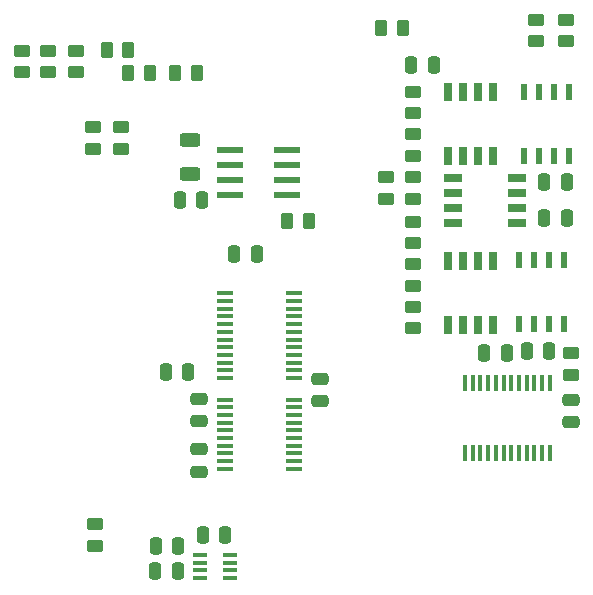
<source format=gbp>
%TF.GenerationSoftware,KiCad,Pcbnew,9.0.1-9.0.1-0~ubuntu24.04.1*%
%TF.CreationDate,2025-04-13T10:11:15+02:00*%
%TF.ProjectId,som-exp-carrier,736f6d2d-6578-4702-9d63-617272696572,v1.0*%
%TF.SameCoordinates,Original*%
%TF.FileFunction,Paste,Bot*%
%TF.FilePolarity,Positive*%
%FSLAX46Y46*%
G04 Gerber Fmt 4.6, Leading zero omitted, Abs format (unit mm)*
G04 Created by KiCad (PCBNEW 9.0.1-9.0.1-0~ubuntu24.04.1) date 2025-04-13 10:11:15*
%MOMM*%
%LPD*%
G01*
G04 APERTURE LIST*
G04 Aperture macros list*
%AMRoundRect*
0 Rectangle with rounded corners*
0 $1 Rounding radius*
0 $2 $3 $4 $5 $6 $7 $8 $9 X,Y pos of 4 corners*
0 Add a 4 corners polygon primitive as box body*
4,1,4,$2,$3,$4,$5,$6,$7,$8,$9,$2,$3,0*
0 Add four circle primitives for the rounded corners*
1,1,$1+$1,$2,$3*
1,1,$1+$1,$4,$5*
1,1,$1+$1,$6,$7*
1,1,$1+$1,$8,$9*
0 Add four rect primitives between the rounded corners*
20,1,$1+$1,$2,$3,$4,$5,0*
20,1,$1+$1,$4,$5,$6,$7,0*
20,1,$1+$1,$6,$7,$8,$9,0*
20,1,$1+$1,$8,$9,$2,$3,0*%
G04 Aperture macros list end*
%ADD10RoundRect,0.250000X-0.450000X0.262500X-0.450000X-0.262500X0.450000X-0.262500X0.450000X0.262500X0*%
%ADD11RoundRect,0.250000X-0.262500X-0.450000X0.262500X-0.450000X0.262500X0.450000X-0.262500X0.450000X0*%
%ADD12RoundRect,0.250000X0.250000X0.475000X-0.250000X0.475000X-0.250000X-0.475000X0.250000X-0.475000X0*%
%ADD13R,0.450000X1.475000*%
%ADD14RoundRect,0.250000X-0.250000X-0.475000X0.250000X-0.475000X0.250000X0.475000X-0.250000X0.475000X0*%
%ADD15RoundRect,0.250000X-0.475000X0.250000X-0.475000X-0.250000X0.475000X-0.250000X0.475000X0.250000X0*%
%ADD16R,0.650000X1.528000*%
%ADD17RoundRect,0.250000X0.450000X-0.262500X0.450000X0.262500X-0.450000X0.262500X-0.450000X-0.262500X0*%
%ADD18RoundRect,0.250000X0.625000X-0.312500X0.625000X0.312500X-0.625000X0.312500X-0.625000X-0.312500X0*%
%ADD19R,1.475000X0.450000*%
%ADD20R,0.558000X1.454899*%
%ADD21R,1.528000X0.650000*%
%ADD22R,2.200001X0.599999*%
%ADD23RoundRect,0.250000X0.262500X0.450000X-0.262500X0.450000X-0.262500X-0.450000X0.262500X-0.450000X0*%
%ADD24RoundRect,0.250000X0.475000X-0.250000X0.475000X0.250000X-0.475000X0.250000X-0.475000X-0.250000X0*%
%ADD25R,1.200000X0.450000*%
G04 APERTURE END LIST*
D10*
%TO.C,R21*%
X131225969Y-58521531D03*
X131225969Y-60346531D03*
%TD*%
D11*
%TO.C,R47*%
X107063469Y-49724031D03*
X108888469Y-49724031D03*
%TD*%
D12*
%TO.C,C5*%
X115295969Y-88794031D03*
X113395969Y-88794031D03*
%TD*%
D11*
%TO.C,R29*%
X128513469Y-45934031D03*
X130338469Y-45934031D03*
%TD*%
D12*
%TO.C,C10*%
X112145969Y-75074031D03*
X110245969Y-75074031D03*
%TD*%
D10*
%TO.C,R20*%
X104285969Y-87921531D03*
X104285969Y-89746531D03*
%TD*%
D12*
%TO.C,C18*%
X113325969Y-60434031D03*
X111425969Y-60434031D03*
%TD*%
%TO.C,C6*%
X111285969Y-89794031D03*
X109385969Y-89794031D03*
%TD*%
D10*
%TO.C,R27*%
X141625969Y-45221531D03*
X141625969Y-47046531D03*
%TD*%
%TO.C,R22*%
X128925969Y-58521531D03*
X128925969Y-60346531D03*
%TD*%
D13*
%TO.C,U1*%
X142750969Y-81862031D03*
X142100969Y-81862031D03*
X141450969Y-81862031D03*
X140800969Y-81862031D03*
X140150969Y-81862031D03*
X139500969Y-81862031D03*
X138850969Y-81862031D03*
X138200969Y-81862031D03*
X137550969Y-81862031D03*
X136900969Y-81862031D03*
X136250969Y-81862031D03*
X135600969Y-81862031D03*
X135600969Y-75986031D03*
X136250969Y-75986031D03*
X136900969Y-75986031D03*
X137550969Y-75986031D03*
X138200969Y-75986031D03*
X138850969Y-75986031D03*
X139500969Y-75986031D03*
X140150969Y-75986031D03*
X140800969Y-75986031D03*
X141450969Y-75986031D03*
X142100969Y-75986031D03*
X142750969Y-75986031D03*
%TD*%
D14*
%TO.C,C14*%
X142309969Y-58934031D03*
X144209969Y-58934031D03*
%TD*%
D15*
%TO.C,C1*%
X144525969Y-77384031D03*
X144525969Y-79284031D03*
%TD*%
D16*
%TO.C,U7*%
X134120969Y-51343031D03*
X135390969Y-51343031D03*
X136660969Y-51343031D03*
X137930969Y-51343031D03*
X137930969Y-56765031D03*
X136660969Y-56765031D03*
X135390969Y-56765031D03*
X134120969Y-56765031D03*
%TD*%
D17*
%TO.C,R49*%
X104105969Y-56146531D03*
X104105969Y-54321531D03*
%TD*%
%TO.C,R6*%
X144575969Y-75266531D03*
X144575969Y-73441531D03*
%TD*%
D18*
%TO.C,RSENSE1*%
X112325969Y-58296531D03*
X112325969Y-55371531D03*
%TD*%
D10*
%TO.C,R52*%
X98115969Y-47831531D03*
X98115969Y-49656531D03*
%TD*%
D12*
%TO.C,C17*%
X117955969Y-65054031D03*
X116055969Y-65054031D03*
%TD*%
D19*
%TO.C,U5*%
X115249969Y-75534031D03*
X115249969Y-74884031D03*
X115249969Y-74234031D03*
X115249969Y-73584031D03*
X115249969Y-72934031D03*
X115249969Y-72284031D03*
X115249969Y-71634031D03*
X115249969Y-70984031D03*
X115249969Y-70334031D03*
X115249969Y-69684031D03*
X115249969Y-69034031D03*
X115249969Y-68384031D03*
X121125969Y-68384031D03*
X121125969Y-69034031D03*
X121125969Y-69684031D03*
X121125969Y-70334031D03*
X121125969Y-70984031D03*
X121125969Y-71634031D03*
X121125969Y-72284031D03*
X121125969Y-72934031D03*
X121125969Y-73584031D03*
X121125969Y-74234031D03*
X121125969Y-74884031D03*
X121125969Y-75534031D03*
%TD*%
D17*
%TO.C,R8*%
X131225969Y-67746531D03*
X131225969Y-65921531D03*
%TD*%
D10*
%TO.C,R26*%
X144125969Y-45221531D03*
X144125969Y-47046531D03*
%TD*%
D14*
%TO.C,C12*%
X140835969Y-73234031D03*
X142735969Y-73234031D03*
%TD*%
D17*
%TO.C,R7*%
X131225969Y-71346531D03*
X131225969Y-69521531D03*
%TD*%
D10*
%TO.C,R51*%
X100265969Y-47831531D03*
X100265969Y-49656531D03*
%TD*%
D20*
%TO.C,U10*%
X144430969Y-56755379D03*
X143160969Y-56755379D03*
X141890969Y-56755379D03*
X140620969Y-56755379D03*
X140620969Y-51312683D03*
X141890969Y-51312683D03*
X143160969Y-51312683D03*
X144430969Y-51312683D03*
%TD*%
D21*
%TO.C,U9*%
X134559969Y-62439031D03*
X134559969Y-61169031D03*
X134559969Y-59899031D03*
X134559969Y-58629031D03*
X139981969Y-58629031D03*
X139981969Y-59899031D03*
X139981969Y-61169031D03*
X139981969Y-62439031D03*
%TD*%
D20*
%TO.C,U8*%
X143950969Y-70985379D03*
X142680969Y-70985379D03*
X141410969Y-70985379D03*
X140140969Y-70985379D03*
X140140969Y-65542683D03*
X141410969Y-65542683D03*
X142680969Y-65542683D03*
X143950969Y-65542683D03*
%TD*%
D10*
%TO.C,R23*%
X131225969Y-62321531D03*
X131225969Y-64146531D03*
%TD*%
D12*
%TO.C,C4*%
X111265969Y-91914031D03*
X109365969Y-91914031D03*
%TD*%
%TO.C,C11*%
X132925969Y-49034031D03*
X131025969Y-49034031D03*
%TD*%
D17*
%TO.C,R48*%
X106465969Y-56146531D03*
X106465969Y-54321531D03*
%TD*%
D10*
%TO.C,R50*%
X102645969Y-47831531D03*
X102645969Y-49656531D03*
%TD*%
D22*
%TO.C,U13*%
X120525969Y-56229031D03*
X120525969Y-57499031D03*
X120525969Y-58769031D03*
X120525969Y-60039031D03*
X115725969Y-60039031D03*
X115725969Y-58769031D03*
X115725969Y-57499031D03*
X115725969Y-56229031D03*
%TD*%
D23*
%TO.C,R5*%
X107088469Y-47774031D03*
X105263469Y-47774031D03*
%TD*%
D12*
%TO.C,C7*%
X139115969Y-73404031D03*
X137215969Y-73404031D03*
%TD*%
D19*
%TO.C,U2*%
X121125969Y-77369031D03*
X121125969Y-78019031D03*
X121125969Y-78669031D03*
X121125969Y-79319031D03*
X121125969Y-79969031D03*
X121125969Y-80619031D03*
X121125969Y-81269031D03*
X121125969Y-81919031D03*
X121125969Y-82569031D03*
X121125969Y-83219031D03*
X115249969Y-83219031D03*
X115249969Y-82569031D03*
X115249969Y-81919031D03*
X115249969Y-81269031D03*
X115249969Y-80619031D03*
X115249969Y-79969031D03*
X115249969Y-79319031D03*
X115249969Y-78669031D03*
X115249969Y-78019031D03*
X115249969Y-77369031D03*
%TD*%
D17*
%TO.C,R17*%
X131225969Y-53146531D03*
X131225969Y-51321531D03*
%TD*%
D11*
%TO.C,R46*%
X111063469Y-49734031D03*
X112888469Y-49734031D03*
%TD*%
D24*
%TO.C,C2*%
X113025969Y-79224031D03*
X113025969Y-77324031D03*
%TD*%
D17*
%TO.C,R13*%
X131225969Y-56746531D03*
X131225969Y-54921531D03*
%TD*%
D11*
%TO.C,R33*%
X120543469Y-62274031D03*
X122368469Y-62274031D03*
%TD*%
D25*
%TO.C,U3*%
X113155969Y-92489031D03*
X113155969Y-91839031D03*
X113155969Y-91189031D03*
X113155969Y-90539031D03*
X115655969Y-90539031D03*
X115655969Y-91189031D03*
X115655969Y-91839031D03*
X115655969Y-92489031D03*
%TD*%
D15*
%TO.C,C9*%
X123325969Y-75604031D03*
X123325969Y-77504031D03*
%TD*%
%TO.C,C3*%
X113025969Y-81584031D03*
X113025969Y-83484031D03*
%TD*%
D16*
%TO.C,U4*%
X137930969Y-71055031D03*
X136660969Y-71055031D03*
X135390969Y-71055031D03*
X134120969Y-71055031D03*
X134120969Y-65633031D03*
X135390969Y-65633031D03*
X136660969Y-65633031D03*
X137930969Y-65633031D03*
%TD*%
D14*
%TO.C,C13*%
X142309969Y-62034031D03*
X144209969Y-62034031D03*
%TD*%
M02*

</source>
